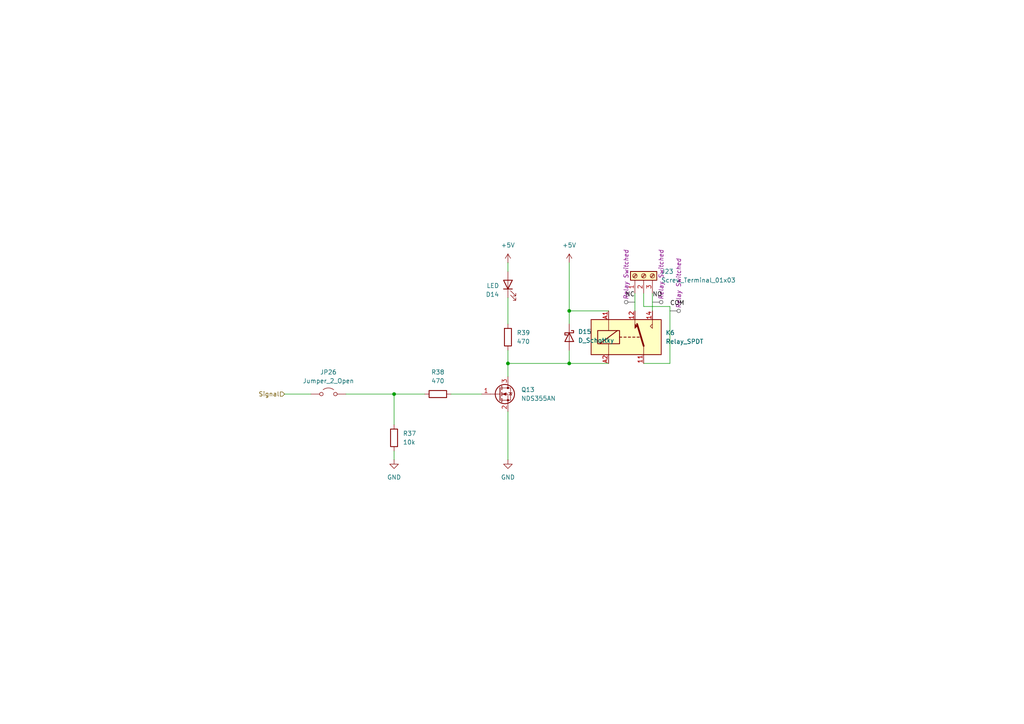
<source format=kicad_sch>
(kicad_sch (version 20250114) (generator "eeschema") (generator_version "9.0")
  (paper "A4")
  (lib_symbols
    (symbol "Connector:Screw_Terminal_01x03" (pin_names (offset 1.016) (hide yes))
      (property "Reference" "J" (at 0 5.08 0))
      (property "Value" "Screw_Terminal_01x03" (at 0 -5.08 0))
      (symbol "Screw_Terminal_01x03_1_1"
        (rectangle (start -1.27 3.81) (end 1.27 -3.81) (stroke (width 0.254)) (fill (type background)))
        (polyline (pts (xy -0.5334 2.8702) (xy 0.3302 2.032)) (stroke (width 0.1524)))
        (polyline (pts (xy -0.5334 0.3302) (xy 0.3302 -0.508)) (stroke (width 0.1524)))
        (polyline (pts (xy -0.5334 -2.2098) (xy 0.3302 -3.048)) (stroke (width 0.1524)))
        (polyline (pts (xy -0.3556 3.048) (xy 0.508 2.2098)) (stroke (width 0.1524)))
        (polyline (pts (xy -0.3556 0.508) (xy 0.508 -0.3302)) (stroke (width 0.1524)))
        (polyline (pts (xy -0.3556 -2.032) (xy 0.508 -2.8702)) (stroke (width 0.1524)))
        (circle (center 0 2.54) (radius 0.635) (stroke (width 0.1524)))
        (circle (center 0 0) (radius 0.635) (stroke (width 0.1524)))
        (circle (center 0 -2.54) (radius 0.635) (stroke (width 0.1524)))
        (pin passive line (at -5.08 2.54 0) (length 3.81) (name "Pin_1") (number "1"))
        (pin passive line (at -5.08 0 0) (length 3.81) (name "Pin_2") (number "2"))
        (pin passive line (at -5.08 -2.54 0) (length 3.81) (name "Pin_3") (number "3"))
      )
    )
    (symbol "Device:D_Schottky" (pin_numbers (hide yes)) (pin_names (offset 1.016) (hide yes))
      (property "Reference" "D" (at 0 2.54 0))
      (property "Value" "D_Schottky" (at 0 -2.54 0))
      (symbol "D_Schottky_0_1"
        (polyline (pts (xy -1.905 0.635) (xy -1.905 1.27) (xy -1.27 1.27) (xy -1.27 -1.27) (xy -0.635 -1.27) (xy -0.635 -0.635)) (stroke (width 0.254)))
        (polyline (pts (xy 1.27 1.27) (xy 1.27 -1.27) (xy -1.27 0) (xy 1.27 1.27)) (stroke (width 0.254)))
        (polyline (pts (xy 1.27 0) (xy -1.27 0)))
      )
      (symbol "D_Schottky_1_1"
        (pin passive line (at -3.81 0 0) (length 2.54) (name "K") (number "1"))
        (pin passive line (at 3.81 0 180) (length 2.54) (name "A") (number "2"))
      )
    )
    (symbol "Device:LED" (pin_numbers (hide yes)) (pin_names (offset 1.016) (hide yes))
      (property "Reference" "D" (at 0 2.54 0))
      (property "Value" "LED" (at 0 -2.54 0))
      (symbol "LED_0_1"
        (polyline (pts (xy -3.048 -0.762) (xy -4.572 -2.286) (xy -3.81 -2.286) (xy -4.572 -2.286) (xy -4.572 -1.524)))
        (polyline (pts (xy -1.778 -0.762) (xy -3.302 -2.286) (xy -2.54 -2.286) (xy -3.302 -2.286) (xy -3.302 -1.524)))
        (polyline (pts (xy -1.27 0) (xy 1.27 0)))
        (polyline (pts (xy -1.27 -1.27) (xy -1.27 1.27)) (stroke (width 0.254)))
        (polyline (pts (xy 1.27 -1.27) (xy 1.27 1.27) (xy -1.27 0) (xy 1.27 -1.27)) (stroke (width 0.254)))
      )
      (symbol "LED_1_1"
        (pin passive line (at -3.81 0 0) (length 2.54) (name "K") (number "1"))
        (pin passive line (at 3.81 0 180) (length 2.54) (name "A") (number "2"))
      )
    )
    (symbol "Device:Q_NMOS_GSD" (pin_names (offset 0) (hide yes))
      (property "Reference" "Q" (at 5.08 1.27 0))
      (property "Value" "Q_NMOS_GSD" (at 5.08 -1.27 0))
      (symbol "Q_NMOS_GSD_0_1"
        (polyline (pts (xy 0.254 1.905) (xy 0.254 -1.905)) (stroke (width 0.254)))
        (polyline (pts (xy 0.254 0) (xy -2.54 0)))
        (polyline (pts (xy 0.762 2.286) (xy 0.762 1.27)) (stroke (width 0.254)))
        (polyline (pts (xy 0.762 0.508) (xy 0.762 -0.508)) (stroke (width 0.254)))
        (polyline (pts (xy 0.762 -1.27) (xy 0.762 -2.286)) (stroke (width 0.254)))
        (polyline (pts (xy 0.762 -1.778) (xy 3.302 -1.778) (xy 3.302 1.778) (xy 0.762 1.778)))
        (polyline (pts (xy 1.016 0) (xy 2.032 0.381) (xy 2.032 -0.381) (xy 1.016 0)) (fill (type outline)))
        (circle (center 1.651 0) (radius 2.794) (stroke (width 0.254)))
        (polyline (pts (xy 2.54 2.54) (xy 2.54 1.778)))
        (circle (center 2.54 1.778) (radius 0.254) (fill (type outline)))
        (circle (center 2.54 -1.778) (radius 0.254) (fill (type outline)))
        (polyline (pts (xy 2.54 -2.54) (xy 2.54 0) (xy 0.762 0)))
        (polyline (pts (xy 2.794 0.508) (xy 2.921 0.381) (xy 3.683 0.381) (xy 3.81 0.254)))
        (polyline (pts (xy 3.302 0.381) (xy 2.921 -0.254) (xy 3.683 -0.254) (xy 3.302 0.381)))
      )
      (symbol "Q_NMOS_GSD_1_1"
        (pin input line (at -5.08 0 0) (length 2.54) (name "G") (number "1"))
        (pin passive line (at 2.54 5.08 270) (length 2.54) (name "D") (number "3"))
        (pin passive line (at 2.54 -5.08 90) (length 2.54) (name "S") (number "2"))
      )
    )
    (symbol "Device:R" (pin_numbers (hide yes)) (pin_names (offset 0))
      (property "Reference" "R" (at 2.032 0 90))
      (property "Value" "R" (at 0 0 90))
      (symbol "R_0_1"
        (rectangle (start -1.016 -2.54) (end 1.016 2.54) (stroke (width 0.254)))
      )
      (symbol "R_1_1"
        (pin passive line (at 0 3.81 270) (length 1.27) (name "~") (number "1"))
        (pin passive line (at 0 -3.81 90) (length 1.27) (name "~") (number "2"))
      )
    )
    (symbol "Jumper:Jumper_2_Open" (pin_numbers (hide yes)) (pin_names (offset 0) (hide yes)) (exclude_from_sim yes)
      (property "Reference" "JP" (at 0 2.794 0))
      (property "Value" "Jumper_2_Open" (at 0 -2.286 0))
      (symbol "Jumper_2_Open_0_0"
        (circle (center -2.032 0) (radius 0.508))
        (circle (center 2.032 0) (radius 0.508))
      )
      (symbol "Jumper_2_Open_0_1"
        (arc (start -1.524 1.27) (mid 0 1.778) (end 1.524 1.27))
      )
      (symbol "Jumper_2_Open_1_1"
        (pin passive line (at -5.08 0 0) (length 2.54) (name "A") (number "1"))
        (pin passive line (at 5.08 0 180) (length 2.54) (name "B") (number "2"))
      )
    )
    (symbol "Relay:Relay_SPDT"
      (property "Reference" "K" (at 11.43 3.81 0))
      (property "Value" "Relay_SPDT" (at 11.43 1.27 0))
      (symbol "Relay_SPDT_0_0"
        (polyline (pts (xy 7.62 5.08) (xy 7.62 2.54) (xy 6.985 3.175) (xy 7.62 3.81)))
      )
      (symbol "Relay_SPDT_0_1"
        (rectangle (start -10.16 5.08) (end 10.16 -5.08) (stroke (width 0.254)) (fill (type background)))
        (rectangle (start -8.255 1.905) (end -1.905 -1.905) (stroke (width 0.254)))
        (polyline (pts (xy -7.62 -1.905) (xy -2.54 1.905)) (stroke (width 0.254)))
        (polyline (pts (xy -5.08 5.08) (xy -5.08 1.905)))
        (polyline (pts (xy -5.08 -5.08) (xy -5.08 -1.905)))
        (polyline (pts (xy -1.905 0) (xy -1.27 0)) (stroke (width 0.254)))
        (polyline (pts (xy -0.635 0) (xy 0 0)) (stroke (width 0.254)))
        (polyline (pts (xy 0.635 0) (xy 1.27 0)) (stroke (width 0.254)))
        (polyline (pts (xy 1.905 0) (xy 2.54 0)) (stroke (width 0.254)))
        (polyline (pts (xy 2.54 5.08) (xy 2.54 2.54) (xy 3.175 3.175) (xy 2.54 3.81)) (fill (type outline)))
        (polyline (pts (xy 3.175 0) (xy 3.81 0)) (stroke (width 0.254)))
        (polyline (pts (xy 5.08 -2.54) (xy 3.175 3.81)) (stroke (width 0.508)))
        (polyline (pts (xy 5.08 -2.54) (xy 5.08 -5.08)))
      )
      (symbol "Relay_SPDT_1_1"
        (pin passive line (at -5.08 7.62 270) (length 2.54) (name "~") (number "A1"))
        (pin passive line (at -5.08 -7.62 90) (length 2.54) (name "~") (number "A2"))
        (pin passive line (at 2.54 7.62 270) (length 2.54) (name "~") (number "12"))
        (pin passive line (at 5.08 -7.62 90) (length 2.54) (name "~") (number "11"))
        (pin passive line (at 7.62 7.62 270) (length 2.54) (name "~") (number "14"))
      )
    )
    (symbol "power:+5V" (power) (pin_numbers (hide yes)) (pin_names (offset 0) (hide yes))
      (property "Value" "+5V" (at 0 3.556 0))
      (symbol "+5V_0_1"
        (polyline (pts (xy -0.762 1.27) (xy 0 2.54)))
        (polyline (pts (xy 0 2.54) (xy 0.762 1.27)))
        (polyline (pts (xy 0 0) (xy 0 2.54)))
      )
      (symbol "+5V_1_1"
        (pin power_in line (at 0 0 90) (length 0) (name "~") (number "1"))
      )
    )
    (symbol "power:GND" (power) (pin_numbers (hide yes)) (pin_names (offset 0) (hide yes))
      (property "Value" "GND" (at 0 -3.81 0))
      (symbol "GND_0_1"
        (polyline (pts (xy 0 0) (xy 0 -1.27) (xy 1.27 -1.27) (xy 0 -2.54) (xy -1.27 -1.27) (xy 0 -1.27)))
      )
      (symbol "GND_1_1"
        (pin power_in line (at 0 0 270) (length 0) (name "~") (number "1"))
      )
    )
  )
  (junction (at 147.32 105.41))
  (junction (at 165.1 90.17))
  (junction (at 165.1 105.41))
  (junction (at 114.3 114.3))
  (wire (pts (xy 114.3 114.3) (xy 114.3 123.19)))
  (wire (pts (xy 165.1 101.6) (xy 165.1 105.41)))
  (wire (pts (xy 147.32 105.41) (xy 165.1 105.41)))
  (wire (pts (xy 186.69 88.9) (xy 194.31 88.9)))
  (wire (pts (xy 147.32 105.41) (xy 147.32 109.22)))
  (wire (pts (xy 186.69 85.09) (xy 186.69 88.9)))
  (wire (pts (xy 82.55 114.3) (xy 90.17 114.3)))
  (wire (pts (xy 147.32 76.2) (xy 147.32 78.74)))
  (wire (pts (xy 100.33 114.3) (xy 114.3 114.3)))
  (wire (pts (xy 130.81 114.3) (xy 139.7 114.3)))
  (wire (pts (xy 194.31 105.41) (xy 186.69 105.41)))
  (wire (pts (xy 147.32 119.38) (xy 147.32 133.35)))
  (wire (pts (xy 165.1 90.17) (xy 176.53 90.17)))
  (wire (pts (xy 176.53 105.41) (xy 165.1 105.41)))
  (wire (pts (xy 189.23 85.09) (xy 189.23 90.17)))
  (wire (pts (xy 165.1 90.17) (xy 165.1 93.98)))
  (wire (pts (xy 147.32 86.36) (xy 147.32 93.98)))
  (wire (pts (xy 114.3 114.3) (xy 123.19 114.3)))
  (wire (pts (xy 114.3 130.81) (xy 114.3 133.35)))
  (wire (pts (xy 184.15 85.09) (xy 184.15 90.17)))
  (wire (pts (xy 147.32 101.6) (xy 147.32 105.41)))
  (wire (pts (xy 194.31 88.9) (xy 194.31 105.41)))
  (wire (pts (xy 165.1 76.2) (xy 165.1 90.17)))
  (label "NO" (at 189.23 86.36 0))
  (label "COM" (at 194.31 88.9 0))
  (label "NC" (at 184.15 86.36 180))
  (hierarchical_label "Signal" (shape input) (at 82.55 114.3 180))
  (netclass_flag "" (length 2.54) (shape round) (at 189.23 87.63 270) (property "Netclass" "Relay Switched" (at 191.77 86.9315 90) (effects (font (italic yes)) (justify left))))
  (netclass_flag "" (length 2.54) (shape round) (at 184.15 87.63 90) (property "Netclass" "Relay Switched" (at 181.61 86.9315 90) (effects (font (italic yes)) (justify left))))
  (netclass_flag "" (length 2.54) (shape round) (at 194.31 90.17 270) (property "Netclass" "Relay Switched" (at 196.85 89.4715 90) (effects (font (italic yes)) (justify left))))
  (symbol (lib_id "Device:R") (at 127 114.3 90) (unit 1)
    (property "Reference" "R18" (at 127 107.95 90))
    (property "Value" "470" (at 127 110.49 90))
    (property "Footprint" "Resistor_SMD:R_0805_2012Metric_Pad1.20x1.40mm_HandSolder" (effects (hide yes)))
    (property "Description" "Resistor" (effects (hide yes)))
    (instances (project "pico-plc" (path "" (reference "R38") (unit 1)) (path "" (reference "R42") (unit 1)) (path "" (reference "R26") (unit 1)) (path "" (reference "R22") (unit 1)) (path "" (reference "R46") (unit 1)) (path "" (reference "R34") (unit 1)) (path "" (reference "R18") (unit 1)) (path "" (reference "R30") (unit 1))))
  )
  (symbol (lib_id "Jumper:Jumper_2_Open") (at 95.25 114.3 0) (unit 1)
    (property "Reference" "JP21" (at 95.25 107.95 0))
    (property "Value" "Jumper_2_Open" (at 95.25 110.49 0))
    (property "Footprint" "TestPoint:TestPoint_2Pads_Pitch2.54mm_Drill0.8mm" (effects (hide yes)))
    (property "Description" "Jumper, 2-pole, open" (effects (hide yes)))
    (instances (project "" (path "" (reference "JP26") (unit 1)) (path "" (reference "JP27") (unit 1)) (path "" (reference "JP23") (unit 1)) (path "" (reference "JP22") (unit 1)) (path "" (reference "JP28") (unit 1)) (path "" (reference "JP25") (unit 1)) (path "" (reference "JP21") (unit 1)) (path "" (reference "JP24") (unit 1))))
  )
  (symbol (lib_id "power:GND") (at 147.32 133.35 0) (unit 1)
    (property "Reference" "#PWR070" (effects (hide yes)))
    (property "Value" "GND" (at 147.32 138.43 0))
    (property "Description" "Power symbol creates a global label with name \"GND\" , ground" (effects (hide yes)))
    (instances (project "pico-plc" (path "" (reference "#PWR090") (unit 1)) (path "" (reference "#PWR094") (unit 1)) (path "" (reference "#PWR078") (unit 1)) (path "" (reference "#PWR074") (unit 1)) (path "" (reference "#PWR098") (unit 1)) (path "" (reference "#PWR086") (unit 1)) (path "" (reference "#PWR070") (unit 1)) (path "" (reference "#PWR082") (unit 1))))
  )
  (symbol (lib_id "power:+5V") (at 147.32 76.2 0) (unit 1)
    (property "Reference" "#PWR069" (effects (hide yes)))
    (property "Value" "+5V" (at 147.32 71.12 0))
    (property "Description" "Power symbol creates a global label with name \"+5V\"" (effects (hide yes)))
    (instances (project "pico-plc" (path "" (reference "#PWR089") (unit 1)) (path "" (reference "#PWR093") (unit 1)) (path "" (reference "#PWR077") (unit 1)) (path "" (reference "#PWR073") (unit 1)) (path "" (reference "#PWR097") (unit 1)) (path "" (reference "#PWR085") (unit 1)) (path "" (reference "#PWR069") (unit 1)) (path "" (reference "#PWR081") (unit 1))))
  )
  (symbol (lib_id "Relay:Relay_SPDT") (at 181.61 97.79 0) (unit 1)
    (property "Reference" "K1" (at 193.04 96.5199 0) (effects (justify left)))
    (property "Value" "Relay_SPDT" (at 193.04 99.0599 0) (effects (justify left)))
    (property "Footprint" "Relay_THT:Relay_SPDT_Finder_36.11" (effects (hide yes)))
    (property "Description" "Relay SPDT, monostable, EN50005" (effects (hide yes)))
    (instances (project "pico-plc" (path "" (reference "K6") (unit 1)) (path "" (reference "K7") (unit 1)) (path "" (reference "K3") (unit 1)) (path "" (reference "K2") (unit 1)) (path "" (reference "K8") (unit 1)) (path "" (reference "K5") (unit 1)) (path "" (reference "K1") (unit 1)) (path "" (reference "K4") (unit 1))))
  )
  (symbol (lib_id "power:GND") (at 114.3 133.35 0) (unit 1)
    (property "Reference" "#PWR068" (effects (hide yes)))
    (property "Value" "GND" (at 114.3 138.43 0))
    (property "Description" "Power symbol creates a global label with name \"GND\" , ground" (effects (hide yes)))
    (instances (project "pico-plc" (path "" (reference "#PWR088") (unit 1)) (path "" (reference "#PWR092") (unit 1)) (path "" (reference "#PWR076") (unit 1)) (path "" (reference "#PWR072") (unit 1)) (path "" (reference "#PWR096") (unit 1)) (path "" (reference "#PWR084") (unit 1)) (path "" (reference "#PWR068") (unit 1)) (path "" (reference "#PWR080") (unit 1))))
  )
  (symbol (lib_id "Device:D_Schottky") (at 165.1 97.79 270) (unit 1)
    (property "Reference" "D5" (at 167.64 96.2024 90) (effects (justify left)))
    (property "Value" "D_Schottky" (at 167.64 98.7424 90) (effects (justify left)))
    (property "Footprint" "Diode_SMD:D_SOD-123" (effects (hide yes)))
    (property "Description" "Schottky diode" (effects (hide yes)))
    (instances (project "pico-plc" (path "" (reference "D15") (unit 1)) (path "" (reference "D17") (unit 1)) (path "" (reference "D9") (unit 1)) (path "" (reference "D7") (unit 1)) (path "" (reference "D19") (unit 1)) (path "" (reference "D13") (unit 1)) (path "" (reference "D5") (unit 1)) (path "" (reference "D11") (unit 1))))
  )
  (symbol (lib_id "power:+5V") (at 165.1 76.2 0) (unit 1)
    (property "Reference" "#PWR071" (effects (hide yes)))
    (property "Value" "+5V" (at 165.1 71.12 0))
    (property "Description" "Power symbol creates a global label with name \"+5V\"" (effects (hide yes)))
    (instances (project "pico-plc" (path "" (reference "#PWR091") (unit 1)) (path "" (reference "#PWR095") (unit 1)) (path "" (reference "#PWR079") (unit 1)) (path "" (reference "#PWR075") (unit 1)) (path "" (reference "#PWR099") (unit 1)) (path "" (reference "#PWR087") (unit 1)) (path "" (reference "#PWR071") (unit 1)) (path "" (reference "#PWR083") (unit 1))))
  )
  (symbol (lib_id "Device:R") (at 147.32 97.79 0) (unit 1)
    (property "Reference" "R19" (at 149.86 96.5199 0) (effects (justify left)))
    (property "Value" "470" (at 149.86 99.0599 0) (effects (justify left)))
    (property "Footprint" "Resistor_SMD:R_0805_2012Metric_Pad1.20x1.40mm_HandSolder" (effects (hide yes)))
    (property "Description" "Resistor" (effects (hide yes)))
    (instances (project "pico-plc" (path "" (reference "R39") (unit 1)) (path "" (reference "R43") (unit 1)) (path "" (reference "R27") (unit 1)) (path "" (reference "R23") (unit 1)) (path "" (reference "R47") (unit 1)) (path "" (reference "R35") (unit 1)) (path "" (reference "R19") (unit 1)) (path "" (reference "R31") (unit 1))))
  )
  (symbol (lib_id "Connector:Screw_Terminal_01x03") (at 186.69 80.01 90) (unit 1)
    (property "Reference" "J18" (at 191.77 78.7399 90) (effects (justify right)))
    (property "Value" "Screw_Terminal_01x03" (at 191.77 81.2799 90) (effects (justify right)))
    (property "Footprint" "Conn_ScrewTerminals:CTB7000-3" (effects (hide yes)))
    (property "Description" "Generic screw terminal, single row, 01x03, script generated (kicad-library-utils/schlib/autogen/connector/)" (effects (hide yes)))
    (instances (project "pico-plc" (path "" (reference "J23") (unit 1)) (path "" (reference "J24") (unit 1)) (path "" (reference "J20") (unit 1)) (path "" (reference "J19") (unit 1)) (path "" (reference "J25") (unit 1)) (path "" (reference "J22") (unit 1)) (path "" (reference "J18") (unit 1)) (path "" (reference "J21") (unit 1))))
  )
  (symbol (lib_id "Device:LED") (at 147.32 82.55 90) (unit 1)
    (property "Reference" "D4" (at 144.78 85.4076 90) (effects (justify left)))
    (property "Value" "LED" (at 144.78 82.8676 90) (effects (justify left)))
    (property "Footprint" "LED_SMD:LED_1206_3216Metric_Pad1.42x1.75mm_HandSolder" (effects (hide yes)))
    (property "Description" "Light emitting diode" (effects (hide yes)))
    (instances (project "pico-plc" (path "" (reference "D14") (unit 1)) (path "" (reference "D16") (unit 1)) (path "" (reference "D8") (unit 1)) (path "" (reference "D6") (unit 1)) (path "" (reference "D18") (unit 1)) (path "" (reference "D12") (unit 1)) (path "" (reference "D4") (unit 1)) (path "" (reference "D10") (unit 1))))
  )
  (symbol (lib_id "Device:Q_NMOS_GSD") (at 144.78 114.3 0) (unit 1)
    (property "Reference" "Q8" (at 151.13 113.0299 0) (effects (justify left)))
    (property "Value" "NDS355AN" (at 151.13 115.5699 0) (effects (justify left)))
    (property "Footprint" "Package_TO_SOT_SMD:SOT-23-3" (effects (hide yes)))
    (property "Description" "N-MOSFET transistor, gate/source/drain" (effects (hide yes)))
    (instances (project "pico-plc" (path "" (reference "Q13") (unit 1)) (path "" (reference "Q14") (unit 1)) (path "" (reference "Q10") (unit 1)) (path "" (reference "Q9") (unit 1)) (path "" (reference "Q15") (unit 1)) (path "" (reference "Q12") (unit 1)) (path "" (reference "Q8") (unit 1)) (path "" (reference "Q11") (unit 1))))
  )
  (symbol (lib_id "Device:R") (at 114.3 127 0) (unit 1)
    (property "Reference" "R17" (at 116.84 125.7299 0) (effects (justify left)))
    (property "Value" "10k" (at 116.84 128.2699 0) (effects (justify left)))
    (property "Footprint" "Resistor_SMD:R_0805_2012Metric_Pad1.20x1.40mm_HandSolder" (effects (hide yes)))
    (property "Description" "Resistor" (effects (hide yes)))
    (instances (project "pico-plc" (path "" (reference "R37") (unit 1)) (path "" (reference "R41") (unit 1)) (path "" (reference "R25") (unit 1)) (path "" (reference "R21") (unit 1)) (path "" (reference "R45") (unit 1)) (path "" (reference "R33") (unit 1)) (path "" (reference "R17") (unit 1)) (path "" (reference "R29") (unit 1))))
  )
)
</source>
